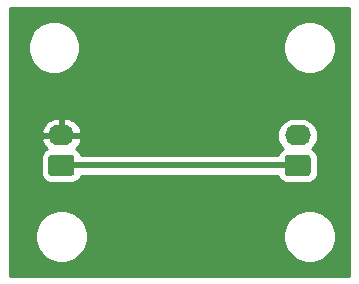
<source format=gbr>
G04 #@! TF.GenerationSoftware,KiCad,Pcbnew,(5.1.5)-3*
G04 #@! TF.CreationDate,2020-06-03T08:16:39+02:00*
G04 #@! TF.ProjectId,LowBatAlarm,4c6f7742-6174-4416-9c61-726d2e6b6963,rev?*
G04 #@! TF.SameCoordinates,Original*
G04 #@! TF.FileFunction,Copper,L2,Bot*
G04 #@! TF.FilePolarity,Positive*
%FSLAX46Y46*%
G04 Gerber Fmt 4.6, Leading zero omitted, Abs format (unit mm)*
G04 Created by KiCad (PCBNEW (5.1.5)-3) date 2020-06-03 08:16:39*
%MOMM*%
%LPD*%
G04 APERTURE LIST*
%ADD10O,2.200000X1.740000*%
%ADD11C,0.100000*%
%ADD12C,0.800000*%
%ADD13C,0.500000*%
%ADD14C,0.254000*%
G04 APERTURE END LIST*
D10*
X149000000Y-97460000D03*
G04 #@! TA.AperFunction,ComponentPad*
D11*
G36*
X149874505Y-99131204D02*
G01*
X149898773Y-99134804D01*
X149922572Y-99140765D01*
X149945671Y-99149030D01*
X149967850Y-99159520D01*
X149988893Y-99172132D01*
X150008599Y-99186747D01*
X150026777Y-99203223D01*
X150043253Y-99221401D01*
X150057868Y-99241107D01*
X150070480Y-99262150D01*
X150080970Y-99284329D01*
X150089235Y-99307428D01*
X150095196Y-99331227D01*
X150098796Y-99355495D01*
X150100000Y-99379999D01*
X150100000Y-100620001D01*
X150098796Y-100644505D01*
X150095196Y-100668773D01*
X150089235Y-100692572D01*
X150080970Y-100715671D01*
X150070480Y-100737850D01*
X150057868Y-100758893D01*
X150043253Y-100778599D01*
X150026777Y-100796777D01*
X150008599Y-100813253D01*
X149988893Y-100827868D01*
X149967850Y-100840480D01*
X149945671Y-100850970D01*
X149922572Y-100859235D01*
X149898773Y-100865196D01*
X149874505Y-100868796D01*
X149850001Y-100870000D01*
X148149999Y-100870000D01*
X148125495Y-100868796D01*
X148101227Y-100865196D01*
X148077428Y-100859235D01*
X148054329Y-100850970D01*
X148032150Y-100840480D01*
X148011107Y-100827868D01*
X147991401Y-100813253D01*
X147973223Y-100796777D01*
X147956747Y-100778599D01*
X147942132Y-100758893D01*
X147929520Y-100737850D01*
X147919030Y-100715671D01*
X147910765Y-100692572D01*
X147904804Y-100668773D01*
X147901204Y-100644505D01*
X147900000Y-100620001D01*
X147900000Y-99379999D01*
X147901204Y-99355495D01*
X147904804Y-99331227D01*
X147910765Y-99307428D01*
X147919030Y-99284329D01*
X147929520Y-99262150D01*
X147942132Y-99241107D01*
X147956747Y-99221401D01*
X147973223Y-99203223D01*
X147991401Y-99186747D01*
X148011107Y-99172132D01*
X148032150Y-99159520D01*
X148054329Y-99149030D01*
X148077428Y-99140765D01*
X148101227Y-99134804D01*
X148125495Y-99131204D01*
X148149999Y-99130000D01*
X149850001Y-99130000D01*
X149874505Y-99131204D01*
G37*
G04 #@! TD.AperFunction*
D10*
X129000000Y-97460000D03*
G04 #@! TA.AperFunction,ComponentPad*
D11*
G36*
X129874505Y-99131204D02*
G01*
X129898773Y-99134804D01*
X129922572Y-99140765D01*
X129945671Y-99149030D01*
X129967850Y-99159520D01*
X129988893Y-99172132D01*
X130008599Y-99186747D01*
X130026777Y-99203223D01*
X130043253Y-99221401D01*
X130057868Y-99241107D01*
X130070480Y-99262150D01*
X130080970Y-99284329D01*
X130089235Y-99307428D01*
X130095196Y-99331227D01*
X130098796Y-99355495D01*
X130100000Y-99379999D01*
X130100000Y-100620001D01*
X130098796Y-100644505D01*
X130095196Y-100668773D01*
X130089235Y-100692572D01*
X130080970Y-100715671D01*
X130070480Y-100737850D01*
X130057868Y-100758893D01*
X130043253Y-100778599D01*
X130026777Y-100796777D01*
X130008599Y-100813253D01*
X129988893Y-100827868D01*
X129967850Y-100840480D01*
X129945671Y-100850970D01*
X129922572Y-100859235D01*
X129898773Y-100865196D01*
X129874505Y-100868796D01*
X129850001Y-100870000D01*
X128149999Y-100870000D01*
X128125495Y-100868796D01*
X128101227Y-100865196D01*
X128077428Y-100859235D01*
X128054329Y-100850970D01*
X128032150Y-100840480D01*
X128011107Y-100827868D01*
X127991401Y-100813253D01*
X127973223Y-100796777D01*
X127956747Y-100778599D01*
X127942132Y-100758893D01*
X127929520Y-100737850D01*
X127919030Y-100715671D01*
X127910765Y-100692572D01*
X127904804Y-100668773D01*
X127901204Y-100644505D01*
X127900000Y-100620001D01*
X127900000Y-99379999D01*
X127901204Y-99355495D01*
X127904804Y-99331227D01*
X127910765Y-99307428D01*
X127919030Y-99284329D01*
X127929520Y-99262150D01*
X127942132Y-99241107D01*
X127956747Y-99221401D01*
X127973223Y-99203223D01*
X127991401Y-99186747D01*
X128011107Y-99172132D01*
X128032150Y-99159520D01*
X128054329Y-99149030D01*
X128077428Y-99140765D01*
X128101227Y-99134804D01*
X128125495Y-99131204D01*
X128149999Y-99130000D01*
X129850001Y-99130000D01*
X129874505Y-99131204D01*
G37*
G04 #@! TD.AperFunction*
D12*
X136800000Y-102800000D03*
X143100000Y-98000000D03*
X139000000Y-97100000D03*
X145900000Y-95600000D03*
X145600000Y-102900000D03*
X131600000Y-103400000D03*
D13*
X129000000Y-100000000D02*
X149000000Y-100000000D01*
D14*
G36*
X153340001Y-109340000D02*
G01*
X124660000Y-109340000D01*
X124660000Y-105779872D01*
X126765000Y-105779872D01*
X126765000Y-106220128D01*
X126850890Y-106651925D01*
X127019369Y-107058669D01*
X127263962Y-107424729D01*
X127575271Y-107736038D01*
X127941331Y-107980631D01*
X128348075Y-108149110D01*
X128779872Y-108235000D01*
X129220128Y-108235000D01*
X129651925Y-108149110D01*
X130058669Y-107980631D01*
X130424729Y-107736038D01*
X130736038Y-107424729D01*
X130980631Y-107058669D01*
X131149110Y-106651925D01*
X131235000Y-106220128D01*
X131235000Y-105779872D01*
X147765000Y-105779872D01*
X147765000Y-106220128D01*
X147850890Y-106651925D01*
X148019369Y-107058669D01*
X148263962Y-107424729D01*
X148575271Y-107736038D01*
X148941331Y-107980631D01*
X149348075Y-108149110D01*
X149779872Y-108235000D01*
X150220128Y-108235000D01*
X150651925Y-108149110D01*
X151058669Y-107980631D01*
X151424729Y-107736038D01*
X151736038Y-107424729D01*
X151980631Y-107058669D01*
X152149110Y-106651925D01*
X152235000Y-106220128D01*
X152235000Y-105779872D01*
X152149110Y-105348075D01*
X151980631Y-104941331D01*
X151736038Y-104575271D01*
X151424729Y-104263962D01*
X151058669Y-104019369D01*
X150651925Y-103850890D01*
X150220128Y-103765000D01*
X149779872Y-103765000D01*
X149348075Y-103850890D01*
X148941331Y-104019369D01*
X148575271Y-104263962D01*
X148263962Y-104575271D01*
X148019369Y-104941331D01*
X147850890Y-105348075D01*
X147765000Y-105779872D01*
X131235000Y-105779872D01*
X131149110Y-105348075D01*
X130980631Y-104941331D01*
X130736038Y-104575271D01*
X130424729Y-104263962D01*
X130058669Y-104019369D01*
X129651925Y-103850890D01*
X129220128Y-103765000D01*
X128779872Y-103765000D01*
X128348075Y-103850890D01*
X127941331Y-104019369D01*
X127575271Y-104263962D01*
X127263962Y-104575271D01*
X127019369Y-104941331D01*
X126850890Y-105348075D01*
X126765000Y-105779872D01*
X124660000Y-105779872D01*
X124660000Y-99379999D01*
X127261928Y-99379999D01*
X127261928Y-100620001D01*
X127278992Y-100793255D01*
X127329528Y-100959851D01*
X127411595Y-101113387D01*
X127522038Y-101247962D01*
X127656613Y-101358405D01*
X127810149Y-101440472D01*
X127976745Y-101491008D01*
X128149999Y-101508072D01*
X129850001Y-101508072D01*
X130023255Y-101491008D01*
X130189851Y-101440472D01*
X130343387Y-101358405D01*
X130477962Y-101247962D01*
X130588405Y-101113387D01*
X130670472Y-100959851D01*
X130693178Y-100885000D01*
X147306822Y-100885000D01*
X147329528Y-100959851D01*
X147411595Y-101113387D01*
X147522038Y-101247962D01*
X147656613Y-101358405D01*
X147810149Y-101440472D01*
X147976745Y-101491008D01*
X148149999Y-101508072D01*
X149850001Y-101508072D01*
X150023255Y-101491008D01*
X150189851Y-101440472D01*
X150343387Y-101358405D01*
X150477962Y-101247962D01*
X150588405Y-101113387D01*
X150670472Y-100959851D01*
X150721008Y-100793255D01*
X150738072Y-100620001D01*
X150738072Y-99379999D01*
X150721008Y-99206745D01*
X150670472Y-99040149D01*
X150588405Y-98886613D01*
X150477962Y-98752038D01*
X150343387Y-98641595D01*
X150233886Y-98583066D01*
X150299345Y-98529345D01*
X150487417Y-98300179D01*
X150627166Y-98038725D01*
X150713224Y-97755032D01*
X150742282Y-97460000D01*
X150713224Y-97164968D01*
X150627166Y-96881275D01*
X150487417Y-96619821D01*
X150299345Y-96390655D01*
X150070179Y-96202583D01*
X149808725Y-96062834D01*
X149525032Y-95976776D01*
X149303936Y-95955000D01*
X148696064Y-95955000D01*
X148474968Y-95976776D01*
X148191275Y-96062834D01*
X147929821Y-96202583D01*
X147700655Y-96390655D01*
X147512583Y-96619821D01*
X147372834Y-96881275D01*
X147286776Y-97164968D01*
X147257718Y-97460000D01*
X147286776Y-97755032D01*
X147372834Y-98038725D01*
X147512583Y-98300179D01*
X147700655Y-98529345D01*
X147766114Y-98583066D01*
X147656613Y-98641595D01*
X147522038Y-98752038D01*
X147411595Y-98886613D01*
X147329528Y-99040149D01*
X147306822Y-99115000D01*
X130693178Y-99115000D01*
X130670472Y-99040149D01*
X130588405Y-98886613D01*
X130477962Y-98752038D01*
X130343387Y-98641595D01*
X130234686Y-98583493D01*
X130390536Y-98430494D01*
X130557571Y-98185437D01*
X130673588Y-97912502D01*
X130691302Y-97820031D01*
X130570246Y-97587000D01*
X129127000Y-97587000D01*
X129127000Y-97607000D01*
X128873000Y-97607000D01*
X128873000Y-97587000D01*
X127429754Y-97587000D01*
X127308698Y-97820031D01*
X127326412Y-97912502D01*
X127442429Y-98185437D01*
X127609464Y-98430494D01*
X127765314Y-98583493D01*
X127656613Y-98641595D01*
X127522038Y-98752038D01*
X127411595Y-98886613D01*
X127329528Y-99040149D01*
X127278992Y-99206745D01*
X127261928Y-99379999D01*
X124660000Y-99379999D01*
X124660000Y-97099969D01*
X127308698Y-97099969D01*
X127429754Y-97333000D01*
X128873000Y-97333000D01*
X128873000Y-96109414D01*
X129127000Y-96109414D01*
X129127000Y-97333000D01*
X130570246Y-97333000D01*
X130691302Y-97099969D01*
X130673588Y-97007498D01*
X130557571Y-96734563D01*
X130390536Y-96489506D01*
X130178903Y-96281744D01*
X129930804Y-96119262D01*
X129655773Y-96008304D01*
X129364380Y-95953134D01*
X129127000Y-96109414D01*
X128873000Y-96109414D01*
X128635620Y-95953134D01*
X128344227Y-96008304D01*
X128069196Y-96119262D01*
X127821097Y-96281744D01*
X127609464Y-96489506D01*
X127442429Y-96734563D01*
X127326412Y-97007498D01*
X127308698Y-97099969D01*
X124660000Y-97099969D01*
X124660000Y-89779872D01*
X126145000Y-89779872D01*
X126145000Y-90220128D01*
X126230890Y-90651925D01*
X126399369Y-91058669D01*
X126643962Y-91424729D01*
X126955271Y-91736038D01*
X127321331Y-91980631D01*
X127728075Y-92149110D01*
X128159872Y-92235000D01*
X128600128Y-92235000D01*
X129031925Y-92149110D01*
X129438669Y-91980631D01*
X129804729Y-91736038D01*
X130116038Y-91424729D01*
X130360631Y-91058669D01*
X130529110Y-90651925D01*
X130615000Y-90220128D01*
X130615000Y-89779872D01*
X147765000Y-89779872D01*
X147765000Y-90220128D01*
X147850890Y-90651925D01*
X148019369Y-91058669D01*
X148263962Y-91424729D01*
X148575271Y-91736038D01*
X148941331Y-91980631D01*
X149348075Y-92149110D01*
X149779872Y-92235000D01*
X150220128Y-92235000D01*
X150651925Y-92149110D01*
X151058669Y-91980631D01*
X151424729Y-91736038D01*
X151736038Y-91424729D01*
X151980631Y-91058669D01*
X152149110Y-90651925D01*
X152235000Y-90220128D01*
X152235000Y-89779872D01*
X152149110Y-89348075D01*
X151980631Y-88941331D01*
X151736038Y-88575271D01*
X151424729Y-88263962D01*
X151058669Y-88019369D01*
X150651925Y-87850890D01*
X150220128Y-87765000D01*
X149779872Y-87765000D01*
X149348075Y-87850890D01*
X148941331Y-88019369D01*
X148575271Y-88263962D01*
X148263962Y-88575271D01*
X148019369Y-88941331D01*
X147850890Y-89348075D01*
X147765000Y-89779872D01*
X130615000Y-89779872D01*
X130529110Y-89348075D01*
X130360631Y-88941331D01*
X130116038Y-88575271D01*
X129804729Y-88263962D01*
X129438669Y-88019369D01*
X129031925Y-87850890D01*
X128600128Y-87765000D01*
X128159872Y-87765000D01*
X127728075Y-87850890D01*
X127321331Y-88019369D01*
X126955271Y-88263962D01*
X126643962Y-88575271D01*
X126399369Y-88941331D01*
X126230890Y-89348075D01*
X126145000Y-89779872D01*
X124660000Y-89779872D01*
X124660000Y-86660000D01*
X153340000Y-86660000D01*
X153340001Y-109340000D01*
G37*
X153340001Y-109340000D02*
X124660000Y-109340000D01*
X124660000Y-105779872D01*
X126765000Y-105779872D01*
X126765000Y-106220128D01*
X126850890Y-106651925D01*
X127019369Y-107058669D01*
X127263962Y-107424729D01*
X127575271Y-107736038D01*
X127941331Y-107980631D01*
X128348075Y-108149110D01*
X128779872Y-108235000D01*
X129220128Y-108235000D01*
X129651925Y-108149110D01*
X130058669Y-107980631D01*
X130424729Y-107736038D01*
X130736038Y-107424729D01*
X130980631Y-107058669D01*
X131149110Y-106651925D01*
X131235000Y-106220128D01*
X131235000Y-105779872D01*
X147765000Y-105779872D01*
X147765000Y-106220128D01*
X147850890Y-106651925D01*
X148019369Y-107058669D01*
X148263962Y-107424729D01*
X148575271Y-107736038D01*
X148941331Y-107980631D01*
X149348075Y-108149110D01*
X149779872Y-108235000D01*
X150220128Y-108235000D01*
X150651925Y-108149110D01*
X151058669Y-107980631D01*
X151424729Y-107736038D01*
X151736038Y-107424729D01*
X151980631Y-107058669D01*
X152149110Y-106651925D01*
X152235000Y-106220128D01*
X152235000Y-105779872D01*
X152149110Y-105348075D01*
X151980631Y-104941331D01*
X151736038Y-104575271D01*
X151424729Y-104263962D01*
X151058669Y-104019369D01*
X150651925Y-103850890D01*
X150220128Y-103765000D01*
X149779872Y-103765000D01*
X149348075Y-103850890D01*
X148941331Y-104019369D01*
X148575271Y-104263962D01*
X148263962Y-104575271D01*
X148019369Y-104941331D01*
X147850890Y-105348075D01*
X147765000Y-105779872D01*
X131235000Y-105779872D01*
X131149110Y-105348075D01*
X130980631Y-104941331D01*
X130736038Y-104575271D01*
X130424729Y-104263962D01*
X130058669Y-104019369D01*
X129651925Y-103850890D01*
X129220128Y-103765000D01*
X128779872Y-103765000D01*
X128348075Y-103850890D01*
X127941331Y-104019369D01*
X127575271Y-104263962D01*
X127263962Y-104575271D01*
X127019369Y-104941331D01*
X126850890Y-105348075D01*
X126765000Y-105779872D01*
X124660000Y-105779872D01*
X124660000Y-99379999D01*
X127261928Y-99379999D01*
X127261928Y-100620001D01*
X127278992Y-100793255D01*
X127329528Y-100959851D01*
X127411595Y-101113387D01*
X127522038Y-101247962D01*
X127656613Y-101358405D01*
X127810149Y-101440472D01*
X127976745Y-101491008D01*
X128149999Y-101508072D01*
X129850001Y-101508072D01*
X130023255Y-101491008D01*
X130189851Y-101440472D01*
X130343387Y-101358405D01*
X130477962Y-101247962D01*
X130588405Y-101113387D01*
X130670472Y-100959851D01*
X130693178Y-100885000D01*
X147306822Y-100885000D01*
X147329528Y-100959851D01*
X147411595Y-101113387D01*
X147522038Y-101247962D01*
X147656613Y-101358405D01*
X147810149Y-101440472D01*
X147976745Y-101491008D01*
X148149999Y-101508072D01*
X149850001Y-101508072D01*
X150023255Y-101491008D01*
X150189851Y-101440472D01*
X150343387Y-101358405D01*
X150477962Y-101247962D01*
X150588405Y-101113387D01*
X150670472Y-100959851D01*
X150721008Y-100793255D01*
X150738072Y-100620001D01*
X150738072Y-99379999D01*
X150721008Y-99206745D01*
X150670472Y-99040149D01*
X150588405Y-98886613D01*
X150477962Y-98752038D01*
X150343387Y-98641595D01*
X150233886Y-98583066D01*
X150299345Y-98529345D01*
X150487417Y-98300179D01*
X150627166Y-98038725D01*
X150713224Y-97755032D01*
X150742282Y-97460000D01*
X150713224Y-97164968D01*
X150627166Y-96881275D01*
X150487417Y-96619821D01*
X150299345Y-96390655D01*
X150070179Y-96202583D01*
X149808725Y-96062834D01*
X149525032Y-95976776D01*
X149303936Y-95955000D01*
X148696064Y-95955000D01*
X148474968Y-95976776D01*
X148191275Y-96062834D01*
X147929821Y-96202583D01*
X147700655Y-96390655D01*
X147512583Y-96619821D01*
X147372834Y-96881275D01*
X147286776Y-97164968D01*
X147257718Y-97460000D01*
X147286776Y-97755032D01*
X147372834Y-98038725D01*
X147512583Y-98300179D01*
X147700655Y-98529345D01*
X147766114Y-98583066D01*
X147656613Y-98641595D01*
X147522038Y-98752038D01*
X147411595Y-98886613D01*
X147329528Y-99040149D01*
X147306822Y-99115000D01*
X130693178Y-99115000D01*
X130670472Y-99040149D01*
X130588405Y-98886613D01*
X130477962Y-98752038D01*
X130343387Y-98641595D01*
X130234686Y-98583493D01*
X130390536Y-98430494D01*
X130557571Y-98185437D01*
X130673588Y-97912502D01*
X130691302Y-97820031D01*
X130570246Y-97587000D01*
X129127000Y-97587000D01*
X129127000Y-97607000D01*
X128873000Y-97607000D01*
X128873000Y-97587000D01*
X127429754Y-97587000D01*
X127308698Y-97820031D01*
X127326412Y-97912502D01*
X127442429Y-98185437D01*
X127609464Y-98430494D01*
X127765314Y-98583493D01*
X127656613Y-98641595D01*
X127522038Y-98752038D01*
X127411595Y-98886613D01*
X127329528Y-99040149D01*
X127278992Y-99206745D01*
X127261928Y-99379999D01*
X124660000Y-99379999D01*
X124660000Y-97099969D01*
X127308698Y-97099969D01*
X127429754Y-97333000D01*
X128873000Y-97333000D01*
X128873000Y-96109414D01*
X129127000Y-96109414D01*
X129127000Y-97333000D01*
X130570246Y-97333000D01*
X130691302Y-97099969D01*
X130673588Y-97007498D01*
X130557571Y-96734563D01*
X130390536Y-96489506D01*
X130178903Y-96281744D01*
X129930804Y-96119262D01*
X129655773Y-96008304D01*
X129364380Y-95953134D01*
X129127000Y-96109414D01*
X128873000Y-96109414D01*
X128635620Y-95953134D01*
X128344227Y-96008304D01*
X128069196Y-96119262D01*
X127821097Y-96281744D01*
X127609464Y-96489506D01*
X127442429Y-96734563D01*
X127326412Y-97007498D01*
X127308698Y-97099969D01*
X124660000Y-97099969D01*
X124660000Y-89779872D01*
X126145000Y-89779872D01*
X126145000Y-90220128D01*
X126230890Y-90651925D01*
X126399369Y-91058669D01*
X126643962Y-91424729D01*
X126955271Y-91736038D01*
X127321331Y-91980631D01*
X127728075Y-92149110D01*
X128159872Y-92235000D01*
X128600128Y-92235000D01*
X129031925Y-92149110D01*
X129438669Y-91980631D01*
X129804729Y-91736038D01*
X130116038Y-91424729D01*
X130360631Y-91058669D01*
X130529110Y-90651925D01*
X130615000Y-90220128D01*
X130615000Y-89779872D01*
X147765000Y-89779872D01*
X147765000Y-90220128D01*
X147850890Y-90651925D01*
X148019369Y-91058669D01*
X148263962Y-91424729D01*
X148575271Y-91736038D01*
X148941331Y-91980631D01*
X149348075Y-92149110D01*
X149779872Y-92235000D01*
X150220128Y-92235000D01*
X150651925Y-92149110D01*
X151058669Y-91980631D01*
X151424729Y-91736038D01*
X151736038Y-91424729D01*
X151980631Y-91058669D01*
X152149110Y-90651925D01*
X152235000Y-90220128D01*
X152235000Y-89779872D01*
X152149110Y-89348075D01*
X151980631Y-88941331D01*
X151736038Y-88575271D01*
X151424729Y-88263962D01*
X151058669Y-88019369D01*
X150651925Y-87850890D01*
X150220128Y-87765000D01*
X149779872Y-87765000D01*
X149348075Y-87850890D01*
X148941331Y-88019369D01*
X148575271Y-88263962D01*
X148263962Y-88575271D01*
X148019369Y-88941331D01*
X147850890Y-89348075D01*
X147765000Y-89779872D01*
X130615000Y-89779872D01*
X130529110Y-89348075D01*
X130360631Y-88941331D01*
X130116038Y-88575271D01*
X129804729Y-88263962D01*
X129438669Y-88019369D01*
X129031925Y-87850890D01*
X128600128Y-87765000D01*
X128159872Y-87765000D01*
X127728075Y-87850890D01*
X127321331Y-88019369D01*
X126955271Y-88263962D01*
X126643962Y-88575271D01*
X126399369Y-88941331D01*
X126230890Y-89348075D01*
X126145000Y-89779872D01*
X124660000Y-89779872D01*
X124660000Y-86660000D01*
X153340000Y-86660000D01*
X153340001Y-109340000D01*
M02*

</source>
